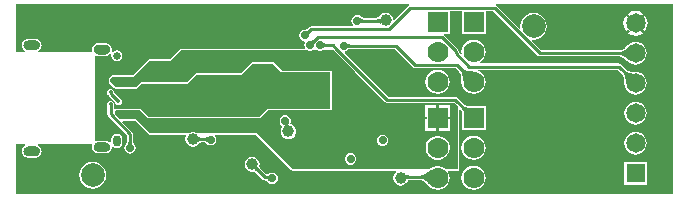
<source format=gbl>
G04*
G04 #@! TF.GenerationSoftware,Altium Limited,Altium Designer,24.5.2 (23)*
G04*
G04 Layer_Physical_Order=2*
G04 Layer_Color=16711680*
%FSLAX44Y44*%
%MOMM*%
G71*
G04*
G04 #@! TF.SameCoordinates,BF8D7023-4997-4B88-B44D-E550DFEB14E1*
G04*
G04*
G04 #@! TF.FilePolarity,Positive*
G04*
G01*
G75*
%ADD11C,0.2540*%
%ADD14C,0.1524*%
%ADD53C,0.2286*%
%ADD56O,1.4000X0.8000*%
%ADD57O,0.6500X0.9500*%
%ADD58C,0.6500*%
%ADD59C,1.6500*%
%ADD60R,1.6500X1.6500*%
%ADD61C,1.7780*%
%ADD62R,1.7780X1.7780*%
%ADD63C,2.0000*%
%ADD64C,0.7000*%
%ADD65C,0.3500*%
%ADD66C,0.5000*%
%ADD67C,1.0000*%
G36*
X569075Y852968D02*
X569330Y852774D01*
X569596Y852603D01*
X569871Y852454D01*
X570156Y852328D01*
X570451Y852226D01*
X570756Y852146D01*
X571070Y852089D01*
X571395Y852054D01*
X571729Y852043D01*
X571828Y849503D01*
X571491Y849491D01*
X571167Y849454D01*
X570854Y849394D01*
X570554Y849309D01*
X570266Y849199D01*
X569990Y849066D01*
X569726Y848908D01*
X569474Y848726D01*
X569234Y848519D01*
X569007Y848288D01*
X568829Y853185D01*
X569075Y852968D01*
D02*
G37*
G36*
X586309Y848251D02*
X586137Y848489D01*
X585935Y848702D01*
X585702Y848890D01*
X585438Y849052D01*
X585143Y849190D01*
X584818Y849303D01*
X584462Y849390D01*
X584075Y849453D01*
X583657Y849491D01*
X583209Y849503D01*
X583142Y852043D01*
X583591Y852056D01*
X584007Y852094D01*
X584391Y852159D01*
X584743Y852249D01*
X585063Y852365D01*
X585351Y852506D01*
X585606Y852673D01*
X585830Y852867D01*
X586021Y853085D01*
X586180Y853330D01*
X586309Y848251D01*
D02*
G37*
G36*
X526919Y841081D02*
X526690Y840835D01*
X526485Y840581D01*
X526305Y840317D01*
X526149Y840045D01*
X526017Y839763D01*
X525910Y839473D01*
X525827Y839174D01*
X525768Y838866D01*
X525734Y838549D01*
X525724Y838222D01*
X522272Y841700D01*
X522598Y841708D01*
X522914Y841740D01*
X523223Y841797D01*
X523522Y841878D01*
X523812Y841984D01*
X524093Y842115D01*
X524366Y842270D01*
X524629Y842450D01*
X524884Y842655D01*
X525130Y842884D01*
X526919Y841081D01*
D02*
G37*
G36*
X834114Y703770D02*
X277990D01*
Y746125D01*
X284899D01*
X285189Y745916D01*
X285570Y745125D01*
X285453Y744916D01*
X285182Y744736D01*
X285003Y744627D01*
X284981Y744595D01*
X284943Y744587D01*
X284770Y744469D01*
X284749Y744436D01*
X284712Y744427D01*
X284546Y744299D01*
X284527Y744266D01*
X284490Y744254D01*
X284331Y744118D01*
X284313Y744083D01*
X284277Y744070D01*
X284125Y743925D01*
X284119Y743912D01*
X284100Y743899D01*
X284088Y743881D01*
X284075Y743875D01*
X283930Y743723D01*
X283917Y743687D01*
X283882Y743669D01*
X283746Y743510D01*
X283734Y743473D01*
X283701Y743454D01*
X283573Y743288D01*
X283563Y743251D01*
X283531Y743230D01*
X283413Y743057D01*
X283405Y743020D01*
X283373Y742997D01*
X283264Y742818D01*
X283258Y742780D01*
X283228Y742756D01*
X283128Y742572D01*
X283124Y742533D01*
X283095Y742508D01*
X283005Y742319D01*
X283003Y742280D01*
X282976Y742253D01*
X282896Y742060D01*
Y742021D01*
X282870Y741992D01*
X282800Y741795D01*
X282802Y741756D01*
X282778Y741726D01*
X282718Y741525D01*
X282722Y741487D01*
X282700Y741456D01*
X282651Y741253D01*
X282657Y741214D01*
X282636Y741182D01*
X282598Y740976D01*
X282606Y740939D01*
X282586Y740905D01*
X282559Y740698D01*
X282569Y740660D01*
X282551Y740626D01*
X282535Y740417D01*
X282547Y740380D01*
X282531Y740345D01*
X282526Y740136D01*
X282531Y740122D01*
X282527Y740100D01*
X282531Y740078D01*
X282526Y740064D01*
X282531Y739855D01*
X282547Y739820D01*
X282535Y739783D01*
X282551Y739575D01*
X282569Y739540D01*
X282559Y739502D01*
X282586Y739294D01*
X282606Y739261D01*
X282598Y739224D01*
X282636Y739018D01*
X282657Y738986D01*
X282651Y738948D01*
X282700Y738744D01*
X282722Y738713D01*
X282718Y738674D01*
X282778Y738474D01*
X282802Y738444D01*
X282800Y738405D01*
X282870Y738207D01*
X282896Y738179D01*
Y738140D01*
X282976Y737947D01*
X283003Y737920D01*
X283005Y737881D01*
X283095Y737692D01*
X283124Y737666D01*
X283128Y737628D01*
X283228Y737444D01*
X283258Y737420D01*
X283264Y737382D01*
X283373Y737203D01*
X283405Y737180D01*
X283412Y737143D01*
X283531Y736970D01*
X283563Y736949D01*
X283573Y736912D01*
X283701Y736746D01*
X283734Y736727D01*
X283746Y736690D01*
X283882Y736531D01*
X283916Y736513D01*
X283930Y736477D01*
X284075Y736325D01*
X284088Y736319D01*
X284100Y736301D01*
X284119Y736288D01*
X284125Y736274D01*
X284277Y736130D01*
X284313Y736116D01*
X284331Y736082D01*
X284490Y735946D01*
X284527Y735934D01*
X284546Y735901D01*
X284712Y735773D01*
X284749Y735763D01*
X284770Y735731D01*
X284943Y735612D01*
X284981Y735604D01*
X285003Y735573D01*
X285182Y735464D01*
X285220Y735458D01*
X285244Y735428D01*
X285428Y735328D01*
X285466Y735324D01*
X285492Y735295D01*
X285681Y735205D01*
X285720Y735203D01*
X285747Y735176D01*
X285941Y735096D01*
X285979D01*
X286007Y735070D01*
X286205Y735000D01*
X286243Y735002D01*
X286274Y734978D01*
X286474Y734918D01*
X286513Y734922D01*
X286544Y734900D01*
X286747Y734851D01*
X286786Y734857D01*
X286818Y734836D01*
X287024Y734798D01*
X287062Y734806D01*
X287095Y734786D01*
X287302Y734759D01*
X287340Y734769D01*
X287374Y734752D01*
X287583Y734735D01*
X287619Y734747D01*
X287655Y734731D01*
X287864Y734726D01*
X287878Y734731D01*
X287894Y734728D01*
X287900Y734725D01*
X293900Y734725D01*
X293906Y734728D01*
X293922Y734731D01*
X293936Y734726D01*
X294145Y734731D01*
X294181Y734747D01*
X294217Y734735D01*
X294426Y734752D01*
X294460Y734769D01*
X294498Y734759D01*
X294705Y734786D01*
X294739Y734806D01*
X294776Y734798D01*
X294982Y734836D01*
X295014Y734857D01*
X295053Y734851D01*
X295256Y734900D01*
X295287Y734922D01*
X295326Y734918D01*
X295527Y734978D01*
X295557Y735002D01*
X295595Y735000D01*
X295792Y735070D01*
X295821Y735096D01*
X295860D01*
X296053Y735176D01*
X296080Y735203D01*
X296119Y735205D01*
X296308Y735295D01*
X296334Y735324D01*
X296372Y735328D01*
X296556Y735428D01*
X296580Y735458D01*
X296618Y735464D01*
X296797Y735573D01*
X296819Y735604D01*
X296857Y735612D01*
X297030Y735731D01*
X297051Y735763D01*
X297088Y735773D01*
X297254Y735901D01*
X297274Y735934D01*
X297310Y735946D01*
X297470Y736082D01*
X297487Y736116D01*
X297523Y736130D01*
X297675Y736274D01*
X297681Y736288D01*
X297700Y736301D01*
X297712Y736319D01*
X297726Y736325D01*
X297870Y736477D01*
X297883Y736513D01*
X297918Y736530D01*
X298054Y736690D01*
X298066Y736727D01*
X298099Y736746D01*
X298227Y736912D01*
X298237Y736949D01*
X298269Y736970D01*
X298388Y737143D01*
X298396Y737180D01*
X298427Y737203D01*
X298536Y737382D01*
X298542Y737420D01*
X298572Y737444D01*
X298672Y737628D01*
X298676Y737666D01*
X298705Y737692D01*
X298795Y737881D01*
X298797Y737920D01*
X298824Y737947D01*
X298904Y738141D01*
Y738179D01*
X298930Y738207D01*
X299000Y738405D01*
X298998Y738443D01*
X299022Y738473D01*
X299082Y738674D01*
X299078Y738713D01*
X299100Y738744D01*
X299149Y738948D01*
X299143Y738985D01*
X299164Y739017D01*
X299202Y739223D01*
X299194Y739261D01*
X299214Y739295D01*
X299241Y739502D01*
X299231Y739540D01*
X299249Y739574D01*
X299265Y739783D01*
X299253Y739819D01*
X299269Y739855D01*
X299274Y740064D01*
X299269Y740078D01*
X299273Y740100D01*
X299269Y740122D01*
X299274Y740136D01*
X299269Y740345D01*
X299253Y740380D01*
X299265Y740417D01*
X299249Y740626D01*
X299231Y740660D01*
X299241Y740698D01*
X299214Y740905D01*
X299194Y740939D01*
X299202Y740976D01*
X299164Y741182D01*
X299143Y741214D01*
X299149Y741252D01*
X299100Y741456D01*
X299078Y741487D01*
X299082Y741526D01*
X299022Y741727D01*
X298998Y741757D01*
X299000Y741795D01*
X298930Y741992D01*
X298904Y742021D01*
Y742059D01*
X298824Y742253D01*
X298797Y742280D01*
X298795Y742318D01*
X298705Y742507D01*
X298676Y742533D01*
X298672Y742572D01*
X298572Y742756D01*
X298542Y742780D01*
X298536Y742818D01*
X298427Y742997D01*
X298396Y743019D01*
X298388Y743057D01*
X298269Y743230D01*
X298237Y743251D01*
X298227Y743288D01*
X298099Y743454D01*
X298066Y743474D01*
X298054Y743510D01*
X297918Y743670D01*
X297884Y743687D01*
X297870Y743722D01*
X297726Y743874D01*
X297712Y743880D01*
X297700Y743899D01*
X297681Y743912D01*
X297675Y743926D01*
X297523Y744070D01*
X297487Y744083D01*
X297470Y744118D01*
X297310Y744254D01*
X297273Y744266D01*
X297254Y744299D01*
X297088Y744427D01*
X297051Y744437D01*
X297030Y744469D01*
X296857Y744587D01*
X296819Y744596D01*
X296797Y744627D01*
X296618Y744736D01*
X296348Y744915D01*
X296230Y745125D01*
X296612Y745916D01*
X296901Y746125D01*
X341506Y746125D01*
X341706Y746021D01*
X341869Y745848D01*
X342218Y745126D01*
X342222Y745087D01*
X342200Y745056D01*
X342151Y744852D01*
X342157Y744814D01*
X342136Y744782D01*
X342098Y744576D01*
X342106Y744539D01*
X342086Y744505D01*
X342059Y744297D01*
X342069Y744260D01*
X342052Y744226D01*
X342035Y744017D01*
X342047Y743980D01*
X342031Y743945D01*
X342026Y743736D01*
X342031Y743722D01*
X342027Y743700D01*
X342031Y743678D01*
X342026Y743664D01*
X342031Y743455D01*
X342047Y743419D01*
X342035Y743383D01*
X342052Y743174D01*
X342069Y743140D01*
X342059Y743102D01*
X342086Y742895D01*
X342106Y742861D01*
X342098Y742823D01*
X342136Y742617D01*
X342157Y742586D01*
X342151Y742548D01*
X342200Y742344D01*
X342222Y742313D01*
X342218Y742274D01*
X342278Y742073D01*
X342302Y742043D01*
X342300Y742005D01*
X342370Y741808D01*
X342396Y741779D01*
Y741740D01*
X342476Y741547D01*
X342503Y741520D01*
X342505Y741481D01*
X342595Y741292D01*
X342624Y741266D01*
X342628Y741228D01*
X342728Y741044D01*
X342758Y741020D01*
X342764Y740982D01*
X342873Y740803D01*
X342904Y740780D01*
X342912Y740743D01*
X343031Y740570D01*
X343063Y740549D01*
X343073Y740512D01*
X343201Y740346D01*
X343234Y740327D01*
X343246Y740290D01*
X343382Y740131D01*
X343416Y740113D01*
X343430Y740077D01*
X343574Y739925D01*
X343588Y739919D01*
X343601Y739901D01*
X343619Y739888D01*
X343625Y739874D01*
X343777Y739730D01*
X343813Y739716D01*
X343831Y739682D01*
X343990Y739546D01*
X344027Y739534D01*
X344046Y739501D01*
X344212Y739373D01*
X344249Y739363D01*
X344270Y739331D01*
X344443Y739212D01*
X344481Y739204D01*
X344503Y739173D01*
X344682Y739064D01*
X344720Y739058D01*
X344744Y739028D01*
X344928Y738928D01*
X344966Y738924D01*
X344992Y738895D01*
X345181Y738805D01*
X345220Y738803D01*
X345247Y738776D01*
X345441Y738696D01*
X345479D01*
X345508Y738670D01*
X345705Y738600D01*
X345743Y738602D01*
X345774Y738578D01*
X345974Y738518D01*
X346013Y738522D01*
X346044Y738500D01*
X346248Y738451D01*
X346286Y738457D01*
X346318Y738436D01*
X346524Y738398D01*
X346561Y738406D01*
X346595Y738386D01*
X346802Y738359D01*
X346840Y738369D01*
X346874Y738352D01*
X347083Y738335D01*
X347119Y738347D01*
X347155Y738331D01*
X347364Y738326D01*
X347378Y738331D01*
X347393Y738328D01*
X347400Y738325D01*
X353400D01*
X353406Y738328D01*
X353422Y738331D01*
X353436Y738326D01*
X353645Y738331D01*
X353680Y738347D01*
X353717Y738335D01*
X353926Y738351D01*
X353960Y738369D01*
X353998Y738359D01*
X354205Y738386D01*
X354239Y738406D01*
X354277Y738398D01*
X354482Y738436D01*
X354515Y738457D01*
X354552Y738451D01*
X354756Y738500D01*
X354787Y738522D01*
X354826Y738518D01*
X355026Y738578D01*
X355056Y738602D01*
X355095Y738600D01*
X355293Y738670D01*
X355321Y738696D01*
X355359D01*
X355553Y738776D01*
X355580Y738803D01*
X355619Y738805D01*
X355808Y738895D01*
X355834Y738924D01*
X355872Y738928D01*
X356056Y739028D01*
X356080Y739058D01*
X356118Y739064D01*
X356297Y739173D01*
X356319Y739204D01*
X356357Y739212D01*
X356530Y739331D01*
X356551Y739363D01*
X356588Y739373D01*
X356754Y739501D01*
X356773Y739534D01*
X356810Y739546D01*
X356969Y739682D01*
X356987Y739716D01*
X357023Y739730D01*
X357175Y739874D01*
X357181Y739888D01*
X357199Y739901D01*
X357212Y739919D01*
X357226Y739925D01*
X357370Y740077D01*
X357384Y740113D01*
X357418Y740131D01*
X357554Y740290D01*
X357566Y740327D01*
X357599Y740346D01*
X357727Y740512D01*
X357737Y740549D01*
X357769Y740570D01*
X357888Y740743D01*
X357896Y740781D01*
X357927Y740803D01*
X358036Y740982D01*
X358042Y741020D01*
X358072Y741044D01*
X358172Y741228D01*
X358176Y741266D01*
X358205Y741292D01*
X358295Y741481D01*
X358297Y741520D01*
X358324Y741547D01*
X358404Y741740D01*
Y741779D01*
X358430Y741808D01*
X358500Y742005D01*
X358498Y742043D01*
X358522Y742073D01*
X358582Y742274D01*
X358578Y742313D01*
X358601Y742344D01*
X358649Y742548D01*
X358643Y742586D01*
X358664Y742617D01*
X358702Y742823D01*
X358694Y742861D01*
X358714Y742895D01*
X358741Y743102D01*
X358731Y743140D01*
X358749Y743174D01*
X358765Y743383D01*
X358753Y743419D01*
X358769Y743455D01*
X358774Y743664D01*
X359603Y744141D01*
X359757Y744164D01*
X361136Y743242D01*
X362900Y742891D01*
X364664Y743242D01*
X366159Y744241D01*
X367158Y745736D01*
X367509Y747500D01*
Y750500D01*
X367158Y752264D01*
X366159Y753759D01*
X364664Y754758D01*
X362900Y755108D01*
X361136Y754758D01*
X359641Y753759D01*
X358642Y752264D01*
X358292Y750500D01*
Y748315D01*
X357344Y747659D01*
X356969Y747718D01*
X356810Y747854D01*
X356773Y747866D01*
X356754Y747899D01*
X356588Y748027D01*
X356551Y748037D01*
X356530Y748069D01*
X356357Y748187D01*
X356319Y748196D01*
X356297Y748227D01*
X356118Y748336D01*
X356080Y748342D01*
X356056Y748372D01*
X355872Y748472D01*
X355834Y748476D01*
X355808Y748505D01*
X355619Y748595D01*
X355580Y748597D01*
X355553Y748624D01*
X355359Y748704D01*
X355321D01*
X355292Y748730D01*
X355095Y748800D01*
X355056Y748798D01*
X355026Y748822D01*
X354826Y748882D01*
X354787Y748878D01*
X354756Y748900D01*
X354553Y748949D01*
X354515Y748943D01*
X354482Y748964D01*
X354276Y749002D01*
X354239Y748994D01*
X354205Y749014D01*
X353998Y749041D01*
X353960Y749031D01*
X353926Y749048D01*
X353717Y749065D01*
X353680Y749053D01*
X353645Y749069D01*
X353436Y749074D01*
X353422Y749069D01*
X353407Y749072D01*
X353400Y749075D01*
X347400D01*
X347393Y749072D01*
X347378Y749069D01*
X347364Y749074D01*
X347155Y749069D01*
X347119Y749053D01*
X347083Y749065D01*
X346874Y749048D01*
X346840Y749031D01*
X346802Y749041D01*
X346595Y749014D01*
X346561Y748994D01*
X346524Y749002D01*
X346318Y748964D01*
X346286Y748943D01*
X346247Y748949D01*
X346044Y748900D01*
X346013Y748878D01*
X345974Y748882D01*
X345774Y748822D01*
X345632Y748840D01*
X345024Y749175D01*
X344812Y749416D01*
X344775Y749499D01*
Y820501D01*
X344812Y820584D01*
X345024Y820825D01*
X345633Y821160D01*
X345773Y821178D01*
X345974Y821118D01*
X346012Y821122D01*
X346044Y821100D01*
X346247Y821051D01*
X346286Y821057D01*
X346318Y821036D01*
X346524Y820997D01*
X346562Y821005D01*
X346595Y820986D01*
X346803Y820959D01*
X346840Y820969D01*
X346874Y820952D01*
X347083Y820935D01*
X347119Y820947D01*
X347155Y820931D01*
X347364Y820926D01*
X347378Y820931D01*
X347394Y820928D01*
X347400Y820925D01*
X353400D01*
X353406Y820928D01*
X353422Y820931D01*
X353436Y820926D01*
X353645Y820931D01*
X353680Y820947D01*
X353717Y820935D01*
X353926Y820952D01*
X353960Y820969D01*
X353997Y820959D01*
X354205Y820986D01*
X354238Y821005D01*
X354276Y820997D01*
X354482Y821036D01*
X354515Y821057D01*
X354553Y821051D01*
X354756Y821100D01*
X354788Y821122D01*
X354826Y821118D01*
X355027Y821178D01*
X355056Y821202D01*
X355095Y821200D01*
X355292Y821270D01*
X355321Y821296D01*
X355359D01*
X355553Y821376D01*
X355580Y821403D01*
X355619Y821405D01*
X355807Y821495D01*
X355833Y821524D01*
X355872Y821528D01*
X356056Y821628D01*
X356080Y821658D01*
X356118Y821664D01*
X356297Y821773D01*
X356320Y821804D01*
X356357Y821812D01*
X356530Y821931D01*
X356551Y821963D01*
X356588Y821973D01*
X356754Y822101D01*
X356773Y822134D01*
X356810Y822146D01*
X356969Y822282D01*
X356987Y822316D01*
X357023Y822330D01*
X357175Y822474D01*
X357181Y822488D01*
X357200Y822501D01*
X357212Y822519D01*
X357226Y822525D01*
X357370Y822677D01*
X357619Y822746D01*
X357683Y822730D01*
X358320Y822201D01*
X358464Y821865D01*
X358292Y821000D01*
X358642Y819236D01*
X359641Y817741D01*
X361136Y816742D01*
X362900Y816391D01*
X364664Y816742D01*
X366159Y817741D01*
X367158Y819236D01*
X367509Y821000D01*
X367158Y822764D01*
X366159Y824259D01*
X364664Y825258D01*
X362900Y825609D01*
X361136Y825258D01*
X359641Y824259D01*
X359613Y824217D01*
X359541Y824182D01*
X358479Y824279D01*
X358522Y824674D01*
X358582Y824874D01*
X358578Y824913D01*
X358600Y824944D01*
X358649Y825147D01*
X358643Y825185D01*
X358664Y825218D01*
X358702Y825424D01*
X358694Y825462D01*
X358714Y825495D01*
X358741Y825703D01*
X358731Y825740D01*
X358749Y825774D01*
X358765Y825983D01*
X358753Y826019D01*
X358769Y826054D01*
X358774Y826264D01*
X358769Y826278D01*
X358773Y826300D01*
X358769Y826322D01*
X358774Y826336D01*
X358769Y826546D01*
X358753Y826581D01*
X358765Y826617D01*
X358749Y826826D01*
X358731Y826860D01*
X358741Y826898D01*
X358714Y827105D01*
X358694Y827139D01*
X358702Y827176D01*
X358664Y827382D01*
X358643Y827414D01*
X358649Y827452D01*
X358601Y827656D01*
X358578Y827687D01*
X358582Y827726D01*
X358522Y827927D01*
X358498Y827956D01*
X358500Y827995D01*
X358430Y828192D01*
X358404Y828221D01*
Y828260D01*
X358324Y828453D01*
X358297Y828480D01*
X358295Y828519D01*
X358205Y828708D01*
X358176Y828734D01*
X358172Y828772D01*
X358072Y828956D01*
X358042Y828980D01*
X358036Y829018D01*
X357927Y829197D01*
X357896Y829219D01*
X357888Y829257D01*
X357769Y829429D01*
X357737Y829451D01*
X357727Y829488D01*
X357599Y829654D01*
X357566Y829673D01*
X357554Y829710D01*
X357418Y829869D01*
X357384Y829887D01*
X357370Y829923D01*
X357226Y830075D01*
X357212Y830081D01*
X357200Y830099D01*
X357181Y830112D01*
X357175Y830125D01*
X357023Y830270D01*
X356987Y830283D01*
X356969Y830318D01*
X356810Y830454D01*
X356773Y830466D01*
X356754Y830499D01*
X356588Y830627D01*
X356550Y830637D01*
X356529Y830669D01*
X356357Y830788D01*
X356319Y830796D01*
X356297Y830827D01*
X356118Y830936D01*
X356080Y830942D01*
X356056Y830972D01*
X355872Y831072D01*
X355834Y831076D01*
X355808Y831105D01*
X355619Y831195D01*
X355580Y831197D01*
X355553Y831224D01*
X355359Y831304D01*
X355321D01*
X355292Y831330D01*
X355095Y831400D01*
X355056Y831398D01*
X355027Y831422D01*
X354826Y831482D01*
X354787Y831478D01*
X354756Y831500D01*
X354552Y831549D01*
X354515Y831543D01*
X354482Y831564D01*
X354277Y831602D01*
X354239Y831594D01*
X354205Y831614D01*
X353998Y831641D01*
X353960Y831631D01*
X353926Y831648D01*
X353717Y831665D01*
X353680Y831653D01*
X353645Y831669D01*
X353436Y831674D01*
X353422Y831669D01*
X353406Y831672D01*
X353400Y831675D01*
X347400D01*
X347393Y831672D01*
X347378Y831669D01*
X347364Y831674D01*
X347155Y831669D01*
X347119Y831653D01*
X347083Y831665D01*
X346874Y831648D01*
X346840Y831631D01*
X346803Y831641D01*
X346595Y831614D01*
X346562Y831594D01*
X346524Y831602D01*
X346318Y831564D01*
X346286Y831543D01*
X346248Y831549D01*
X346044Y831500D01*
X346013Y831478D01*
X345974Y831482D01*
X345773Y831422D01*
X345743Y831398D01*
X345705Y831400D01*
X345508Y831330D01*
X345479Y831304D01*
X345440D01*
X345247Y831224D01*
X345220Y831197D01*
X345181Y831195D01*
X344992Y831105D01*
X344966Y831076D01*
X344928Y831072D01*
X344744Y830972D01*
X344720Y830942D01*
X344682Y830936D01*
X344503Y830827D01*
X344481Y830796D01*
X344443Y830788D01*
X344270Y830669D01*
X344249Y830637D01*
X344212Y830627D01*
X344046Y830499D01*
X344027Y830466D01*
X343990Y830454D01*
X343831Y830318D01*
X343813Y830283D01*
X343777Y830270D01*
X343625Y830125D01*
X343619Y830112D01*
X343601Y830099D01*
X343588Y830081D01*
X343574Y830075D01*
X343430Y829923D01*
X343416Y829887D01*
X343382Y829869D01*
X343246Y829710D01*
X343234Y829673D01*
X343201Y829654D01*
X343073Y829488D01*
X343063Y829451D01*
X343031Y829430D01*
X342912Y829257D01*
X342904Y829219D01*
X342873Y829197D01*
X342764Y829018D01*
X342758Y828980D01*
X342728Y828956D01*
X342628Y828772D01*
X342624Y828734D01*
X342595Y828708D01*
X342505Y828519D01*
X342503Y828480D01*
X342476Y828453D01*
X342396Y828260D01*
Y828221D01*
X342370Y828192D01*
X342300Y827995D01*
X342302Y827956D01*
X342278Y827926D01*
X342218Y827726D01*
X342222Y827687D01*
X342200Y827656D01*
X342151Y827452D01*
X342157Y827414D01*
X342136Y827382D01*
X342098Y827177D01*
X342106Y827139D01*
X342086Y827105D01*
X342059Y826897D01*
X342069Y826860D01*
X342052Y826826D01*
X342035Y826617D01*
X342047Y826581D01*
X342031Y826545D01*
X342026Y826336D01*
X342031Y826322D01*
X342027Y826300D01*
X342031Y826278D01*
X342026Y826264D01*
X342031Y826055D01*
X342047Y826019D01*
X342035Y825983D01*
X342052Y825774D01*
X342069Y825740D01*
X342059Y825703D01*
X342086Y825495D01*
X342106Y825462D01*
X342098Y825424D01*
X342136Y825218D01*
X342157Y825185D01*
X342151Y825147D01*
X342200Y824944D01*
X342222Y824913D01*
X342218Y824874D01*
X341869Y824151D01*
X341706Y823979D01*
X341506Y823875D01*
X296901D01*
X296612Y824084D01*
X296230Y824875D01*
X296348Y825085D01*
X296618Y825264D01*
X296797Y825373D01*
X296819Y825404D01*
X296857Y825412D01*
X297030Y825531D01*
X297051Y825563D01*
X297088Y825573D01*
X297254Y825701D01*
X297273Y825734D01*
X297310Y825746D01*
X297469Y825882D01*
X297487Y825916D01*
X297523Y825930D01*
X297675Y826074D01*
X297681Y826088D01*
X297699Y826100D01*
X297712Y826119D01*
X297726Y826125D01*
X297870Y826277D01*
X297884Y826313D01*
X297918Y826331D01*
X298054Y826490D01*
X298066Y826526D01*
X298099Y826546D01*
X298227Y826712D01*
X298237Y826749D01*
X298269Y826770D01*
X298388Y826943D01*
X298396Y826980D01*
X298427Y827003D01*
X298536Y827181D01*
X298542Y827220D01*
X298572Y827244D01*
X298672Y827428D01*
X298676Y827466D01*
X298705Y827492D01*
X298795Y827681D01*
X298797Y827720D01*
X298824Y827747D01*
X298904Y827941D01*
Y827979D01*
X298930Y828008D01*
X299000Y828205D01*
X298998Y828244D01*
X299022Y828274D01*
X299082Y828474D01*
X299078Y828513D01*
X299100Y828544D01*
X299149Y828747D01*
X299143Y828785D01*
X299164Y828818D01*
X299202Y829024D01*
X299194Y829061D01*
X299214Y829094D01*
X299241Y829302D01*
X299231Y829340D01*
X299249Y829374D01*
X299265Y829583D01*
X299253Y829620D01*
X299269Y829655D01*
X299274Y829864D01*
X299269Y829878D01*
X299273Y829900D01*
X299269Y829922D01*
X299274Y829936D01*
X299269Y830145D01*
X299253Y830181D01*
X299265Y830217D01*
X299249Y830426D01*
X299231Y830460D01*
X299241Y830498D01*
X299214Y830705D01*
X299194Y830739D01*
X299202Y830776D01*
X299164Y830982D01*
X299143Y831014D01*
X299149Y831052D01*
X299100Y831256D01*
X299078Y831287D01*
X299082Y831326D01*
X299022Y831526D01*
X298998Y831556D01*
X299000Y831595D01*
X298930Y831792D01*
X298904Y831821D01*
Y831859D01*
X298824Y832053D01*
X298797Y832080D01*
X298795Y832119D01*
X298705Y832308D01*
X298676Y832334D01*
X298672Y832372D01*
X298572Y832556D01*
X298542Y832580D01*
X298536Y832618D01*
X298427Y832797D01*
X298396Y832820D01*
X298388Y832857D01*
X298269Y833030D01*
X298237Y833051D01*
X298227Y833088D01*
X298099Y833254D01*
X298066Y833273D01*
X298054Y833310D01*
X297918Y833469D01*
X297883Y833487D01*
X297870Y833523D01*
X297726Y833675D01*
X297712Y833681D01*
X297699Y833699D01*
X297681Y833712D01*
X297675Y833726D01*
X297523Y833870D01*
X297487Y833883D01*
X297469Y833918D01*
X297310Y834054D01*
X297273Y834066D01*
X297254Y834099D01*
X297088Y834227D01*
X297051Y834237D01*
X297030Y834269D01*
X296857Y834388D01*
X296820Y834396D01*
X296797Y834427D01*
X296618Y834536D01*
X296580Y834542D01*
X296556Y834572D01*
X296372Y834672D01*
X296334Y834676D01*
X296308Y834705D01*
X296119Y834795D01*
X296080Y834797D01*
X296053Y834824D01*
X295860Y834904D01*
X295821D01*
X295793Y834930D01*
X295595Y835000D01*
X295556Y834998D01*
X295526Y835022D01*
X295326Y835082D01*
X295287Y835078D01*
X295256Y835100D01*
X295053Y835149D01*
X295015Y835143D01*
X294982Y835164D01*
X294776Y835202D01*
X294739Y835194D01*
X294705Y835214D01*
X294498Y835241D01*
X294460Y835231D01*
X294426Y835248D01*
X294217Y835265D01*
X294181Y835253D01*
X294145Y835269D01*
X293936Y835274D01*
X293922Y835269D01*
X293906Y835272D01*
X293900Y835275D01*
X287900Y835275D01*
X287894Y835272D01*
X287878Y835269D01*
X287864Y835274D01*
X287655Y835269D01*
X287620Y835253D01*
X287583Y835265D01*
X287374Y835248D01*
X287340Y835231D01*
X287302Y835241D01*
X287094Y835213D01*
X287062Y835194D01*
X287024Y835202D01*
X286818Y835164D01*
X286786Y835143D01*
X286747Y835149D01*
X286544Y835100D01*
X286513Y835078D01*
X286474Y835082D01*
X286273Y835022D01*
X286243Y834998D01*
X286205Y835000D01*
X286007Y834930D01*
X285979Y834904D01*
X285941D01*
X285747Y834824D01*
X285720Y834797D01*
X285681Y834795D01*
X285492Y834705D01*
X285466Y834676D01*
X285428Y834672D01*
X285244Y834572D01*
X285220Y834542D01*
X285182Y834536D01*
X285003Y834427D01*
X284981Y834396D01*
X284943Y834388D01*
X284770Y834269D01*
X284749Y834237D01*
X284712Y834227D01*
X284546Y834099D01*
X284527Y834066D01*
X284490Y834054D01*
X284331Y833918D01*
X284313Y833884D01*
X284277Y833870D01*
X284125Y833726D01*
X284119Y833712D01*
X284100Y833699D01*
X284088Y833681D01*
X284074Y833675D01*
X283930Y833523D01*
X283916Y833487D01*
X283882Y833469D01*
X283746Y833310D01*
X283734Y833273D01*
X283701Y833254D01*
X283573Y833088D01*
X283563Y833051D01*
X283531Y833030D01*
X283412Y832857D01*
X283404Y832819D01*
X283373Y832797D01*
X283264Y832618D01*
X283258Y832580D01*
X283228Y832556D01*
X283128Y832372D01*
X283124Y832334D01*
X283095Y832308D01*
X283005Y832119D01*
X283003Y832080D01*
X282976Y832053D01*
X282896Y831859D01*
Y831821D01*
X282870Y831793D01*
X282800Y831595D01*
X282802Y831556D01*
X282778Y831526D01*
X282718Y831325D01*
X282722Y831287D01*
X282700Y831256D01*
X282651Y831053D01*
X282657Y831014D01*
X282636Y830982D01*
X282598Y830776D01*
X282606Y830739D01*
X282586Y830705D01*
X282559Y830498D01*
X282569Y830460D01*
X282551Y830426D01*
X282535Y830217D01*
X282547Y830180D01*
X282531Y830145D01*
X282526Y829936D01*
X282531Y829922D01*
X282527Y829900D01*
X282531Y829878D01*
X282526Y829864D01*
X282531Y829655D01*
X282547Y829620D01*
X282535Y829583D01*
X282551Y829374D01*
X282569Y829340D01*
X282559Y829302D01*
X282586Y829095D01*
X282606Y829061D01*
X282598Y829024D01*
X282636Y828818D01*
X282657Y828786D01*
X282651Y828748D01*
X282700Y828544D01*
X282722Y828513D01*
X282718Y828474D01*
X282778Y828274D01*
X282802Y828243D01*
X282800Y828205D01*
X282870Y828007D01*
X282896Y827979D01*
Y827941D01*
X282976Y827747D01*
X283003Y827720D01*
X283005Y827681D01*
X283095Y827492D01*
X283124Y827467D01*
X283128Y827428D01*
X283228Y827244D01*
X283258Y827220D01*
X283264Y827181D01*
X283373Y827003D01*
X283404Y826981D01*
X283412Y826943D01*
X283531Y826770D01*
X283563Y826749D01*
X283573Y826712D01*
X283701Y826546D01*
X283734Y826527D01*
X283746Y826490D01*
X283882Y826331D01*
X283916Y826313D01*
X283930Y826277D01*
X284075Y826125D01*
X284088Y826119D01*
X284100Y826100D01*
X284119Y826088D01*
X284125Y826075D01*
X284277Y825930D01*
X284313Y825917D01*
X284331Y825882D01*
X284490Y825746D01*
X284527Y825734D01*
X284546Y825701D01*
X284712Y825573D01*
X284749Y825563D01*
X284770Y825531D01*
X284943Y825412D01*
X284981Y825404D01*
X285003Y825373D01*
X285182Y825264D01*
X285453Y825084D01*
X285570Y824875D01*
X285188Y824084D01*
X284899Y823875D01*
X277990D01*
Y864452D01*
X610109D01*
X610312Y863452D01*
X609682Y863031D01*
X597894Y851243D01*
X596809Y851573D01*
X596456Y853346D01*
X595070Y855420D01*
X592996Y856806D01*
X590550Y857293D01*
X588104Y856806D01*
X586030Y855420D01*
X585300Y854329D01*
X585184Y854277D01*
X585136Y854154D01*
X585028Y854080D01*
X584922Y853917D01*
X584858Y853844D01*
X584777Y853773D01*
X584668Y853703D01*
X584524Y853631D01*
X584338Y853564D01*
X584106Y853505D01*
X583830Y853459D01*
X583508Y853429D01*
X583103Y853417D01*
X582982Y853363D01*
X571895D01*
X571776Y853417D01*
X571491Y853427D01*
X571265Y853450D01*
X571053Y853489D01*
X570852Y853542D01*
X570660Y853608D01*
X570475Y853690D01*
X570296Y853787D01*
X570120Y853900D01*
X569947Y854032D01*
X569739Y854215D01*
X569584Y854268D01*
X568281Y855139D01*
X566420Y855509D01*
X564559Y855139D01*
X562981Y854085D01*
X561927Y852507D01*
X561557Y850646D01*
X561927Y848785D01*
X562981Y847207D01*
X563366Y846950D01*
X563063Y845950D01*
X527402D01*
X526411Y845753D01*
X525571Y845191D01*
X524314Y843935D01*
X524192Y843889D01*
X523984Y843695D01*
X523810Y843556D01*
X523637Y843437D01*
X523462Y843338D01*
X523285Y843255D01*
X523104Y843189D01*
X522916Y843138D01*
X522719Y843102D01*
X522511Y843081D01*
X522239Y843074D01*
X522208Y843060D01*
X520363Y842693D01*
X518785Y841639D01*
X517731Y840061D01*
X517361Y838200D01*
X517731Y836339D01*
X518785Y834761D01*
X520363Y833707D01*
X521803Y833420D01*
X522335Y832417D01*
X522046Y831984D01*
X521676Y830123D01*
X522046Y828262D01*
X522384Y827757D01*
X521912Y826874D01*
X417322Y826875D01*
X417322Y826875D01*
X416350Y826472D01*
X416350Y826472D01*
X408117Y818239D01*
X390652D01*
X389680Y817836D01*
X389680Y817836D01*
X376621Y804777D01*
X359664D01*
X359664Y804777D01*
X358692Y804374D01*
X358692Y804374D01*
X356406Y802088D01*
X356406Y802088D01*
X356003Y801116D01*
X356003Y801116D01*
Y799084D01*
X356406Y798112D01*
X356406Y798112D01*
X361017Y793501D01*
X361989Y793098D01*
X361989Y793098D01*
X379470D01*
X380442Y793501D01*
X384256Y797315D01*
X408943Y797455D01*
X422172D01*
X422172Y797455D01*
X423144Y797858D01*
X423144Y797858D01*
X430362Y805075D01*
X468138D01*
X469110Y805478D01*
X477598Y813965D01*
X495229D01*
X501939Y807256D01*
X502910Y806853D01*
X502911Y806853D01*
X543455D01*
Y776329D01*
X490982D01*
X490010Y775926D01*
X490010Y775926D01*
X483469Y769385D01*
X389783D01*
X383242Y775926D01*
X382270Y776329D01*
X382270Y776329D01*
X362712D01*
X362712Y776329D01*
X361740Y775926D01*
X361184Y775722D01*
X360229Y776301D01*
Y778365D01*
X360484Y778747D01*
X360718Y779925D01*
X360484Y781104D01*
X359817Y782103D01*
X358817Y782770D01*
X357639Y783005D01*
X356461Y782770D01*
X355462Y782103D01*
X354794Y781104D01*
X354560Y779925D01*
X354794Y778747D01*
X355049Y778365D01*
Y771319D01*
X355247Y770328D01*
X355808Y769488D01*
X371580Y753715D01*
Y748618D01*
X371526Y748500D01*
X371516Y748214D01*
X371492Y747993D01*
X371453Y747786D01*
X371400Y747592D01*
X371333Y747408D01*
X371252Y747232D01*
X371155Y747062D01*
X371041Y746896D01*
X370909Y746733D01*
X370722Y746535D01*
X370704Y746489D01*
X369677Y744951D01*
X369307Y743090D01*
X369677Y741229D01*
X370731Y739651D01*
X372309Y738597D01*
X374170Y738227D01*
X376031Y738597D01*
X377609Y739651D01*
X378663Y741229D01*
X379034Y743090D01*
X378663Y744951D01*
X377636Y746489D01*
X377618Y746535D01*
X377431Y746733D01*
X377299Y746896D01*
X377185Y747062D01*
X377088Y747232D01*
X377007Y747408D01*
X376940Y747592D01*
X376887Y747786D01*
X376848Y747993D01*
X376824Y748214D01*
X376814Y748500D01*
X376760Y748618D01*
Y754788D01*
X376563Y755779D01*
X376001Y756619D01*
X367585Y765035D01*
X367968Y765959D01*
X378907D01*
X390188Y754678D01*
X391160Y754275D01*
X391160Y754275D01*
X421460D01*
X421932Y753393D01*
X421604Y752903D01*
X421117Y750456D01*
X421604Y748010D01*
X422990Y745936D01*
X425064Y744550D01*
X427510Y744063D01*
X429956Y744550D01*
X432030Y745936D01*
X432558Y746726D01*
X432666Y746766D01*
X432721Y746888D01*
X432836Y746957D01*
X432955Y747119D01*
X433032Y747199D01*
X433129Y747277D01*
X433255Y747353D01*
X433415Y747427D01*
X433615Y747496D01*
X433857Y747555D01*
X434142Y747601D01*
X434470Y747630D01*
X434876Y747641D01*
X434998Y747696D01*
X436810D01*
X436921Y747643D01*
X436933Y747647D01*
X436943Y747642D01*
X437228Y747631D01*
X437445Y747607D01*
X437645Y747568D01*
X437830Y747515D01*
X438003Y747448D01*
X438166Y747368D01*
X438323Y747272D01*
X438476Y747160D01*
X438625Y747029D01*
X438810Y746836D01*
X438895Y746799D01*
X438977Y746676D01*
X440555Y745622D01*
X442416Y745251D01*
X444277Y745622D01*
X445855Y746676D01*
X446909Y748254D01*
X447280Y750115D01*
X446909Y751976D01*
X446041Y753275D01*
X446438Y754275D01*
X480761Y754275D01*
X510838Y724198D01*
X511810Y723795D01*
X511810Y723795D01*
X599511D01*
X599814Y722795D01*
X598730Y722070D01*
X597344Y719996D01*
X596857Y717550D01*
X597344Y715104D01*
X598730Y713030D01*
X600804Y711644D01*
X603250Y711157D01*
X605696Y711644D01*
X607770Y713030D01*
X609156Y715104D01*
X609188Y715265D01*
X609203Y715278D01*
X609273Y715434D01*
X609301Y715476D01*
X609339Y715517D01*
X609401Y715564D01*
X609501Y715620D01*
X609649Y715680D01*
X609850Y715737D01*
X610107Y715783D01*
X610417Y715814D01*
X610819Y715826D01*
X610925Y715874D01*
X611040Y715851D01*
X611085Y715880D01*
X620093D01*
X620188Y715831D01*
X620193Y715833D01*
X620198Y715830D01*
X620728Y715787D01*
X621195Y715677D01*
X621716Y715479D01*
X622289Y715183D01*
X622911Y714785D01*
X623576Y714279D01*
X624266Y713677D01*
X625798Y712101D01*
X626604Y711156D01*
X626807Y711052D01*
X627274Y710444D01*
X629396Y708815D01*
X631868Y707792D01*
X634520Y707442D01*
X637172Y707792D01*
X639644Y708815D01*
X641766Y710444D01*
X643395Y712566D01*
X644418Y715038D01*
X644768Y717690D01*
X644418Y720342D01*
X643395Y722814D01*
X643330Y722898D01*
X643772Y723795D01*
X651510D01*
X652482Y724198D01*
X652885Y725170D01*
Y748351D01*
X652885Y768559D01*
Y775432D01*
X653885Y775826D01*
X654244Y775439D01*
X654547Y775062D01*
X654778Y774734D01*
X654840Y774626D01*
Y773863D01*
X654796Y773757D01*
X654840Y773652D01*
Y773649D01*
X654814Y773538D01*
X654840Y773496D01*
Y758330D01*
X675160D01*
Y778650D01*
X659994D01*
X659952Y778676D01*
X659842Y778650D01*
X659838D01*
X659733Y778694D01*
X659627Y778650D01*
X658864D01*
X658756Y778712D01*
X658443Y778932D01*
X657588Y779659D01*
X657096Y780134D01*
X656968Y780184D01*
X651477Y785675D01*
X650637Y786237D01*
X649646Y786434D01*
X592987D01*
X568459Y810961D01*
X555827Y823594D01*
X556156Y824678D01*
X556851Y824817D01*
X558389Y825844D01*
X558435Y825862D01*
X558633Y826049D01*
X558796Y826181D01*
X558962Y826295D01*
X559132Y826392D01*
X559308Y826473D01*
X559492Y826540D01*
X559686Y826593D01*
X559893Y826632D01*
X560114Y826656D01*
X560400Y826666D01*
X560518Y826720D01*
X598019D01*
X613631Y811109D01*
X614471Y810547D01*
X615462Y810350D01*
X649957D01*
X653027Y807281D01*
X653061Y807176D01*
X653389Y806789D01*
X653641Y806385D01*
X653884Y805865D01*
X654107Y805229D01*
X654303Y804477D01*
X654465Y803613D01*
X654590Y802652D01*
X654728Y800352D01*
X654736Y799051D01*
X654757Y799002D01*
X654752Y798970D01*
X655101Y796318D01*
X656125Y793846D01*
X657754Y791724D01*
X659876Y790095D01*
X662348Y789072D01*
X665000Y788722D01*
X667652Y789072D01*
X670124Y790095D01*
X672246Y791724D01*
X673875Y793846D01*
X674899Y796318D01*
X675248Y798970D01*
X674899Y801622D01*
X673875Y804094D01*
X672246Y806216D01*
X670124Y807845D01*
X668980Y808319D01*
X669179Y809319D01*
X786879D01*
X790918Y805279D01*
X790953Y805173D01*
X791265Y804808D01*
X791502Y804434D01*
X791730Y803959D01*
X791940Y803379D01*
X792124Y802696D01*
X792278Y801911D01*
X792396Y801041D01*
X792528Y798953D01*
X792536Y797774D01*
X792560Y797716D01*
X792558Y797700D01*
X792885Y795215D01*
X793844Y792899D01*
X795370Y790910D01*
X797359Y789384D01*
X799675Y788425D01*
X802160Y788098D01*
X804645Y788425D01*
X806961Y789384D01*
X808950Y790910D01*
X810476Y792899D01*
X811435Y795215D01*
X811762Y797700D01*
X811435Y800185D01*
X810476Y802501D01*
X808950Y804490D01*
X806961Y806016D01*
X804645Y806975D01*
X802160Y807302D01*
X802144Y807300D01*
X802086Y807324D01*
X800907Y807332D01*
X798819Y807464D01*
X797949Y807582D01*
X797164Y807736D01*
X796481Y807920D01*
X795901Y808130D01*
X795426Y808358D01*
X795052Y808596D01*
X794687Y808907D01*
X794581Y808942D01*
X789783Y813740D01*
X788943Y814301D01*
X787952Y814498D01*
X670279D01*
X670084Y815479D01*
X670124Y815495D01*
X672246Y817124D01*
X673875Y819246D01*
X674899Y821718D01*
X675248Y824370D01*
X674899Y827022D01*
X673875Y829494D01*
X672246Y831616D01*
X670124Y833245D01*
X667652Y834268D01*
X665000Y834618D01*
X662348Y834268D01*
X659876Y833245D01*
X657754Y831616D01*
X656125Y829494D01*
X655101Y827022D01*
X654752Y824370D01*
X654891Y823316D01*
X653994Y822874D01*
X652422Y824446D01*
Y825222D01*
X652225Y826213D01*
X651664Y827053D01*
X640199Y838518D01*
X640061Y838610D01*
X640365Y839610D01*
X644680D01*
Y858610D01*
X654840D01*
Y839610D01*
X675160D01*
Y858610D01*
X681753D01*
X719094Y821269D01*
X719935Y820707D01*
X720926Y820510D01*
X788851D01*
X788951Y820460D01*
X789429Y820422D01*
X789862Y820326D01*
X790359Y820151D01*
X790918Y819889D01*
X791531Y819536D01*
X792195Y819090D01*
X792893Y818558D01*
X794463Y817175D01*
X795303Y816347D01*
X795360Y816323D01*
X795370Y816310D01*
X797359Y814784D01*
X799675Y813825D01*
X802160Y813498D01*
X804645Y813825D01*
X806961Y814784D01*
X808950Y816310D01*
X810476Y818299D01*
X811435Y820615D01*
X811762Y823100D01*
X811435Y825585D01*
X810476Y827901D01*
X808950Y829890D01*
X806961Y831416D01*
X804645Y832375D01*
X802160Y832702D01*
X799675Y832375D01*
X797359Y831416D01*
X795370Y829890D01*
X795360Y829877D01*
X795303Y829853D01*
X794463Y829025D01*
X792893Y827642D01*
X792195Y827110D01*
X791531Y826664D01*
X790917Y826311D01*
X790359Y826049D01*
X789862Y825874D01*
X789429Y825778D01*
X788951Y825741D01*
X788851Y825690D01*
X721999D01*
X713847Y833841D01*
X714314Y834788D01*
X715800Y834593D01*
X718742Y834980D01*
X721484Y836116D01*
X723838Y837922D01*
X725644Y840276D01*
X726780Y843018D01*
X727167Y845960D01*
X726780Y848902D01*
X725644Y851644D01*
X723838Y853998D01*
X721484Y855804D01*
X718742Y856940D01*
X715800Y857327D01*
X712858Y856940D01*
X710116Y855804D01*
X707762Y853998D01*
X705956Y851644D01*
X704820Y848902D01*
X704433Y845960D01*
X704628Y844474D01*
X703681Y844007D01*
X684657Y863031D01*
X684027Y863452D01*
X684230Y864452D01*
X834114D01*
Y703770D01*
D02*
G37*
G36*
X531193Y833094D02*
X530964Y832848D01*
X530760Y832593D01*
X530581Y832329D01*
X530427Y832057D01*
X530299Y831776D01*
X530196Y831486D01*
X530119Y831187D01*
X530066Y830880D01*
X530039Y830563D01*
X530038Y830238D01*
X526494Y833623D01*
X526821Y833639D01*
X527138Y833678D01*
X527447Y833742D01*
X527747Y833829D01*
X528037Y833939D01*
X528318Y834073D01*
X528590Y834231D01*
X528854Y834413D01*
X529108Y834617D01*
X529352Y834846D01*
X531193Y833094D01*
D02*
G37*
G36*
X537580Y832225D02*
X537827Y832024D01*
X538086Y831847D01*
X538356Y831694D01*
X538637Y831564D01*
X538928Y831458D01*
X539231Y831375D01*
X539545Y831316D01*
X539869Y831281D01*
X540205Y831269D01*
Y828729D01*
X539869Y828717D01*
X539545Y828682D01*
X539231Y828623D01*
X538928Y828540D01*
X538637Y828434D01*
X538356Y828304D01*
X538086Y828151D01*
X537827Y827974D01*
X537580Y827773D01*
X537343Y827549D01*
Y832449D01*
X537580Y832225D01*
D02*
G37*
G36*
X557726Y831536D02*
X557974Y831335D01*
X558233Y831158D01*
X558503Y831005D01*
X558783Y830875D01*
X559075Y830769D01*
X559378Y830686D01*
X559691Y830627D01*
X560016Y830592D01*
X560351Y830580D01*
Y828040D01*
X560016Y828028D01*
X559691Y827993D01*
X559378Y827934D01*
X559075Y827851D01*
X558783Y827745D01*
X558503Y827615D01*
X558233Y827462D01*
X557974Y827285D01*
X557726Y827084D01*
X557490Y826860D01*
Y831760D01*
X557726Y831536D01*
D02*
G37*
G36*
X294109Y833895D02*
X294318Y833878D01*
X294526Y833851D01*
X294732Y833813D01*
X294935Y833764D01*
X295136Y833704D01*
X295333Y833634D01*
X295527Y833554D01*
X295716Y833464D01*
X295900Y833364D01*
X296079Y833255D01*
X296251Y833136D01*
X296417Y833008D01*
X296576Y832872D01*
X296728Y832728D01*
X296873Y832577D01*
X297009Y832417D01*
X297136Y832251D01*
X297255Y832078D01*
X297364Y831900D01*
X297464Y831716D01*
X297554Y831527D01*
X297634Y831333D01*
X297704Y831136D01*
X297764Y830935D01*
X297813Y830732D01*
X297851Y830526D01*
X297878Y830318D01*
X297894Y830109D01*
X297900Y829900D01*
X297895Y829691D01*
X297878Y829482D01*
X297851Y829274D01*
X297813Y829068D01*
X297764Y828865D01*
X297704Y828664D01*
X297634Y828466D01*
X297554Y828273D01*
X297464Y828084D01*
X297364Y827900D01*
X297255Y827721D01*
X297136Y827549D01*
X297009Y827383D01*
X296873Y827223D01*
X296728Y827072D01*
X296576Y826927D01*
X296417Y826791D01*
X296251Y826664D01*
X296078Y826545D01*
X295900Y826436D01*
X295716Y826336D01*
X295527Y826246D01*
X295333Y826166D01*
X295136Y826096D01*
X294935Y826036D01*
X294732Y825987D01*
X294526Y825949D01*
X294318Y825922D01*
X294109Y825905D01*
X293900Y825900D01*
X287900D01*
X287691Y825905D01*
X287482Y825922D01*
X287274Y825949D01*
X287068Y825987D01*
X286865Y826036D01*
X286664Y826096D01*
X286467Y826166D01*
X286273Y826246D01*
X286084Y826336D01*
X285900Y826436D01*
X285721Y826545D01*
X285549Y826664D01*
X285383Y826791D01*
X285224Y826927D01*
X285072Y827072D01*
X284927Y827223D01*
X284791Y827383D01*
X284664Y827549D01*
X284545Y827721D01*
X284436Y827900D01*
X284336Y828084D01*
X284246Y828273D01*
X284166Y828466D01*
X284096Y828664D01*
X284036Y828865D01*
X283987Y829068D01*
X283949Y829274D01*
X283922Y829482D01*
X283906Y829691D01*
X283900Y829900D01*
X283906Y830109D01*
X283922Y830318D01*
X283949Y830526D01*
X283987Y830732D01*
X284036Y830935D01*
X284096Y831136D01*
X284166Y831333D01*
X284246Y831527D01*
X284336Y831716D01*
X284436Y831900D01*
X284545Y832078D01*
X284664Y832251D01*
X284792Y832417D01*
X284927Y832577D01*
X285072Y832728D01*
X285224Y832872D01*
X285383Y833008D01*
X285549Y833136D01*
X285721Y833255D01*
X285900Y833364D01*
X286084Y833464D01*
X286273Y833554D01*
X286467Y833634D01*
X286664Y833704D01*
X286865Y833764D01*
X287068Y833813D01*
X287274Y833851D01*
X287482Y833878D01*
X287691Y833895D01*
X287900Y833900D01*
X293900Y833900D01*
X294109Y833895D01*
D02*
G37*
G36*
X353609Y830294D02*
X353818Y830278D01*
X354026Y830251D01*
X354232Y830212D01*
X354435Y830164D01*
X354636Y830104D01*
X354833Y830034D01*
X355027Y829954D01*
X355216Y829864D01*
X355400Y829764D01*
X355579Y829655D01*
X355751Y829536D01*
X355917Y829409D01*
X356077Y829273D01*
X356228Y829128D01*
X356373Y828977D01*
X356509Y828817D01*
X356636Y828651D01*
X356755Y828478D01*
X356864Y828300D01*
X356964Y828116D01*
X357054Y827927D01*
X357134Y827733D01*
X357204Y827536D01*
X357264Y827335D01*
X357313Y827132D01*
X357351Y826926D01*
X357378Y826718D01*
X357394Y826509D01*
X357400Y826300D01*
X357394Y826091D01*
X357378Y825882D01*
X357351Y825674D01*
X357313Y825468D01*
X357264Y825265D01*
X357204Y825064D01*
X357134Y824866D01*
X357054Y824673D01*
X356964Y824484D01*
X356864Y824300D01*
X356755Y824121D01*
X356636Y823949D01*
X356509Y823783D01*
X356373Y823623D01*
X356228Y823472D01*
X356077Y823327D01*
X355917Y823191D01*
X355751Y823064D01*
X355578Y822945D01*
X355400Y822836D01*
X355216Y822736D01*
X355027Y822646D01*
X354833Y822566D01*
X354636Y822496D01*
X354435Y822436D01*
X354232Y822387D01*
X354026Y822349D01*
X353818Y822322D01*
X353609Y822305D01*
X353400Y822300D01*
X347400D01*
X347191Y822305D01*
X346982Y822322D01*
X346774Y822349D01*
X346568Y822387D01*
X346365Y822436D01*
X346164Y822496D01*
X345966Y822566D01*
X345773Y822646D01*
X345584Y822736D01*
X345400Y822836D01*
X345221Y822945D01*
X345049Y823064D01*
X344883Y823191D01*
X344724Y823327D01*
X344572Y823472D01*
X344427Y823623D01*
X344291Y823783D01*
X344164Y823949D01*
X344045Y824121D01*
X343936Y824300D01*
X343836Y824484D01*
X343746Y824673D01*
X343666Y824866D01*
X343596Y825064D01*
X343536Y825265D01*
X343487Y825468D01*
X343449Y825674D01*
X343422Y825882D01*
X343405Y826091D01*
X343400Y826300D01*
X343405Y826509D01*
X343422Y826718D01*
X343449Y826926D01*
X343488Y827132D01*
X343536Y827335D01*
X343596Y827536D01*
X343666Y827733D01*
X343746Y827927D01*
X343836Y828116D01*
X343936Y828300D01*
X344045Y828478D01*
X344164Y828651D01*
X344291Y828817D01*
X344427Y828977D01*
X344572Y829128D01*
X344724Y829273D01*
X344883Y829409D01*
X345049Y829536D01*
X345221Y829655D01*
X345400Y829764D01*
X345584Y829864D01*
X345773Y829954D01*
X345966Y830034D01*
X346164Y830104D01*
X346365Y830164D01*
X346568Y830212D01*
X346774Y830251D01*
X346982Y830278D01*
X347191Y830294D01*
X347400Y830300D01*
X353400D01*
X353609Y830294D01*
D02*
G37*
G36*
X796268Y817325D02*
X795401Y818181D01*
X793765Y819623D01*
X792995Y820208D01*
X792258Y820704D01*
X791553Y821109D01*
X790881Y821425D01*
X790241Y821650D01*
X789633Y821785D01*
X789058Y821830D01*
Y824370D01*
X789633Y824415D01*
X790241Y824550D01*
X790881Y824775D01*
X791553Y825091D01*
X792258Y825496D01*
X792995Y825992D01*
X793765Y826578D01*
X795401Y828019D01*
X796268Y828875D01*
Y817325D01*
D02*
G37*
G36*
X656367Y809469D02*
X656928Y809119D01*
X657585Y808811D01*
X658340Y808547D01*
X659192Y808325D01*
X660141Y808147D01*
X661188Y808011D01*
X663573Y807867D01*
X664911Y807860D01*
X656111Y799059D01*
X656103Y800397D01*
X655959Y802782D01*
X655824Y803829D01*
X655645Y804778D01*
X655423Y805630D01*
X655159Y806385D01*
X654851Y807042D01*
X654501Y807602D01*
X654109Y808065D01*
X655905Y809862D01*
X656367Y809469D01*
D02*
G37*
G36*
X794232Y807488D02*
X794757Y807154D01*
X795369Y806860D01*
X796068Y806608D01*
X796853Y806396D01*
X797724Y806225D01*
X798683Y806095D01*
X800859Y805957D01*
X802077Y805950D01*
X793910Y797783D01*
X793903Y799001D01*
X793765Y801177D01*
X793635Y802136D01*
X793464Y803007D01*
X793252Y803792D01*
X793000Y804491D01*
X792707Y805103D01*
X792373Y805628D01*
X791998Y806066D01*
X793794Y807862D01*
X794232Y807488D01*
D02*
G37*
G36*
X656664Y778640D02*
X657602Y777843D01*
X658016Y777553D01*
X658393Y777334D01*
X658734Y777188D01*
X659038Y777113D01*
X659306Y777110D01*
X659538Y777178D01*
X659733Y777319D01*
X656171Y773757D01*
X656312Y773952D01*
X656380Y774184D01*
X656377Y774452D01*
X656302Y774756D01*
X656156Y775097D01*
X655937Y775474D01*
X655647Y775888D01*
X655285Y776339D01*
X654344Y777350D01*
X656141Y779146D01*
X656664Y778640D01*
D02*
G37*
G36*
X525236Y825500D02*
X525591Y825353D01*
X527488D01*
X527843Y825500D01*
X533240D01*
X533895Y825229D01*
X535792D01*
X536446Y825500D01*
X546596Y825500D01*
X564797Y807299D01*
X590083Y782013D01*
X590923Y781451D01*
X591914Y781254D01*
X648573D01*
X651510Y778318D01*
Y768559D01*
X651510Y748351D01*
Y725170D01*
X641408D01*
X640758Y725820D01*
X638442Y727158D01*
X635858Y727850D01*
X633182D01*
X630598Y727158D01*
X628282Y725820D01*
X628017Y725556D01*
X627876Y725514D01*
X627452Y725170D01*
X511810D01*
X481330Y755650D01*
X431183Y755650D01*
X431062Y755771D01*
X428757Y756726D01*
X426263D01*
X423958Y755771D01*
X423837Y755650D01*
X391160D01*
X379476Y767334D01*
X366014D01*
X361442Y771906D01*
Y773684D01*
X362712Y774954D01*
X382270D01*
X389214Y768010D01*
X484038D01*
X490982Y774954D01*
X544830D01*
Y808228D01*
X502910D01*
X495798Y815340D01*
X477028D01*
X468138Y806450D01*
X429792D01*
X422172Y798830D01*
X408940D01*
X383683Y798687D01*
X379470Y794473D01*
X361989D01*
X357378Y799084D01*
Y801116D01*
X359664Y803402D01*
X377190D01*
X390652Y816864D01*
X408686D01*
X417322Y825500D01*
X525236Y825500D01*
D02*
G37*
G36*
X439800Y747790D02*
X439576Y748023D01*
X439339Y748231D01*
X439090Y748415D01*
X438828Y748574D01*
X438554Y748709D01*
X438267Y748819D01*
X437967Y748905D01*
X437655Y748967D01*
X437331Y749003D01*
X436993Y749016D01*
X437126Y751555D01*
X437460Y751567D01*
X437785Y751601D01*
X438100Y751657D01*
X438405Y751736D01*
X438701Y751838D01*
X438988Y751962D01*
X439265Y752108D01*
X439532Y752278D01*
X439790Y752469D01*
X440039Y752684D01*
X439800Y747790D01*
D02*
G37*
G36*
X432058Y752602D02*
X432247Y752383D01*
X432469Y752189D01*
X432723Y752021D01*
X433009Y751879D01*
X433328Y751762D01*
X433680Y751672D01*
X434063Y751607D01*
X434479Y751568D01*
X434928Y751555D01*
X434838Y749016D01*
X434390Y749003D01*
X433972Y748966D01*
X433585Y748904D01*
X433228Y748816D01*
X432902Y748704D01*
X432606Y748567D01*
X432341Y748406D01*
X432106Y748219D01*
X431901Y748007D01*
X431728Y747771D01*
X431901Y752848D01*
X432058Y752602D01*
D02*
G37*
G36*
X375452Y748116D02*
X375487Y747791D01*
X375546Y747478D01*
X375629Y747175D01*
X375735Y746883D01*
X375865Y746603D01*
X376018Y746333D01*
X376195Y746074D01*
X376396Y745826D01*
X376620Y745590D01*
X371720D01*
X371944Y745826D01*
X372145Y746074D01*
X372322Y746333D01*
X372475Y746603D01*
X372605Y746883D01*
X372711Y747175D01*
X372794Y747478D01*
X372853Y747791D01*
X372888Y748116D01*
X372900Y748452D01*
X375440D01*
X375452Y748116D01*
D02*
G37*
G36*
X353609Y747694D02*
X353818Y747678D01*
X354026Y747651D01*
X354232Y747613D01*
X354435Y747564D01*
X354636Y747504D01*
X354833Y747434D01*
X355027Y747354D01*
X355216Y747264D01*
X355400Y747164D01*
X355578Y747055D01*
X355751Y746936D01*
X355917Y746808D01*
X356077Y746673D01*
X356228Y746528D01*
X356373Y746376D01*
X356509Y746217D01*
X356636Y746051D01*
X356755Y745879D01*
X356864Y745700D01*
X356964Y745516D01*
X357054Y745327D01*
X357134Y745133D01*
X357204Y744936D01*
X357264Y744735D01*
X357313Y744532D01*
X357351Y744326D01*
X357378Y744118D01*
X357394Y743909D01*
X357400Y743700D01*
X357394Y743491D01*
X357378Y743282D01*
X357351Y743074D01*
X357313Y742868D01*
X357264Y742665D01*
X357204Y742464D01*
X357134Y742266D01*
X357054Y742073D01*
X356964Y741884D01*
X356864Y741700D01*
X356755Y741521D01*
X356636Y741349D01*
X356509Y741183D01*
X356373Y741023D01*
X356228Y740872D01*
X356077Y740727D01*
X355917Y740591D01*
X355751Y740464D01*
X355579Y740345D01*
X355400Y740236D01*
X355216Y740136D01*
X355027Y740046D01*
X354833Y739966D01*
X354636Y739896D01*
X354435Y739836D01*
X354232Y739787D01*
X354026Y739749D01*
X353818Y739722D01*
X353609Y739705D01*
X353400Y739700D01*
X347400D01*
X347191Y739705D01*
X346982Y739722D01*
X346774Y739749D01*
X346568Y739787D01*
X346365Y739836D01*
X346164Y739896D01*
X345967Y739966D01*
X345773Y740046D01*
X345584Y740136D01*
X345400Y740236D01*
X345221Y740345D01*
X345049Y740464D01*
X344883Y740591D01*
X344724Y740727D01*
X344572Y740872D01*
X344427Y741023D01*
X344291Y741183D01*
X344164Y741349D01*
X344045Y741521D01*
X343936Y741700D01*
X343836Y741884D01*
X343746Y742073D01*
X343666Y742266D01*
X343596Y742464D01*
X343536Y742665D01*
X343488Y742868D01*
X343449Y743074D01*
X343422Y743282D01*
X343405Y743491D01*
X343400Y743700D01*
X343405Y743909D01*
X343422Y744118D01*
X343449Y744326D01*
X343487Y744532D01*
X343536Y744735D01*
X343596Y744936D01*
X343666Y745133D01*
X343746Y745327D01*
X343836Y745516D01*
X343936Y745700D01*
X344045Y745879D01*
X344164Y746051D01*
X344291Y746217D01*
X344427Y746376D01*
X344571Y746528D01*
X344724Y746673D01*
X344883Y746808D01*
X345049Y746936D01*
X345221Y747055D01*
X345400Y747164D01*
X345584Y747264D01*
X345773Y747354D01*
X345966Y747434D01*
X346164Y747504D01*
X346365Y747564D01*
X346568Y747613D01*
X346774Y747651D01*
X346982Y747678D01*
X347191Y747694D01*
X347400Y747700D01*
X353400D01*
X353609Y747694D01*
D02*
G37*
G36*
X294109Y744094D02*
X294318Y744078D01*
X294526Y744051D01*
X294732Y744013D01*
X294935Y743964D01*
X295136Y743904D01*
X295333Y743834D01*
X295527Y743754D01*
X295716Y743664D01*
X295900Y743564D01*
X296079Y743455D01*
X296251Y743336D01*
X296417Y743208D01*
X296576Y743073D01*
X296728Y742928D01*
X296873Y742776D01*
X297009Y742617D01*
X297136Y742451D01*
X297255Y742279D01*
X297364Y742100D01*
X297464Y741916D01*
X297554Y741727D01*
X297634Y741533D01*
X297704Y741336D01*
X297764Y741135D01*
X297813Y740932D01*
X297851Y740726D01*
X297878Y740518D01*
X297895Y740309D01*
X297900Y740100D01*
X297894Y739891D01*
X297878Y739682D01*
X297851Y739474D01*
X297813Y739268D01*
X297764Y739065D01*
X297704Y738864D01*
X297634Y738667D01*
X297554Y738473D01*
X297464Y738284D01*
X297364Y738100D01*
X297255Y737921D01*
X297136Y737749D01*
X297009Y737583D01*
X296873Y737423D01*
X296728Y737271D01*
X296576Y737127D01*
X296417Y736991D01*
X296251Y736864D01*
X296079Y736745D01*
X295900Y736636D01*
X295716Y736536D01*
X295527Y736446D01*
X295333Y736366D01*
X295136Y736296D01*
X294935Y736236D01*
X294732Y736187D01*
X294526Y736149D01*
X294318Y736122D01*
X294109Y736105D01*
X293900Y736100D01*
X287900Y736100D01*
X287691Y736105D01*
X287482Y736122D01*
X287274Y736149D01*
X287068Y736187D01*
X286865Y736236D01*
X286664Y736296D01*
X286467Y736366D01*
X286273Y736446D01*
X286084Y736536D01*
X285900Y736636D01*
X285721Y736745D01*
X285549Y736864D01*
X285383Y736991D01*
X285224Y737127D01*
X285072Y737271D01*
X284927Y737423D01*
X284792Y737583D01*
X284664Y737749D01*
X284545Y737921D01*
X284436Y738100D01*
X284336Y738284D01*
X284246Y738473D01*
X284166Y738667D01*
X284096Y738864D01*
X284036Y739065D01*
X283987Y739268D01*
X283949Y739474D01*
X283922Y739682D01*
X283906Y739891D01*
X283900Y740100D01*
X283906Y740309D01*
X283922Y740518D01*
X283949Y740726D01*
X283987Y740932D01*
X284036Y741135D01*
X284096Y741336D01*
X284166Y741533D01*
X284246Y741727D01*
X284336Y741916D01*
X284436Y742100D01*
X284545Y742279D01*
X284664Y742451D01*
X284791Y742617D01*
X284927Y742776D01*
X285072Y742928D01*
X285224Y743073D01*
X285383Y743208D01*
X285549Y743336D01*
X285721Y743455D01*
X285900Y743564D01*
X286084Y743664D01*
X286273Y743754D01*
X286467Y743834D01*
X286664Y743904D01*
X286865Y743964D01*
X287068Y744013D01*
X287274Y744051D01*
X287482Y744078D01*
X287691Y744094D01*
X287900Y744100D01*
X293900D01*
X294109Y744094D01*
D02*
G37*
G36*
X607221Y720630D02*
X607454Y720443D01*
X607713Y720279D01*
X608000Y720136D01*
X608313Y720015D01*
X608653Y719916D01*
X609021Y719839D01*
X609415Y719784D01*
X609837Y719751D01*
X610285Y719740D01*
X610778Y717200D01*
X610329Y717187D01*
X609917Y717146D01*
X609542Y717078D01*
X609204Y716983D01*
X608903Y716861D01*
X608639Y716712D01*
X608411Y716536D01*
X608221Y716333D01*
X608067Y716103D01*
X607951Y715846D01*
X607016Y720839D01*
X607221Y720630D01*
D02*
G37*
G36*
X627650Y712048D02*
X626815Y713027D01*
X625212Y714676D01*
X624445Y715345D01*
X623699Y715912D01*
X622976Y716376D01*
X622276Y716736D01*
X621598Y716994D01*
X620943Y717149D01*
X620309Y717200D01*
X620536Y719740D01*
X621104Y719787D01*
X621729Y719928D01*
X622410Y720164D01*
X623146Y720493D01*
X623939Y720917D01*
X624788Y721434D01*
X626653Y722752D01*
X628742Y724446D01*
X627650Y712048D01*
D02*
G37*
%LPC*%
G36*
X802160Y858871D02*
X799476Y858517D01*
X796975Y857481D01*
X795640Y856457D01*
X797243Y854853D01*
X795807Y853417D01*
X794203Y855020D01*
X793179Y853685D01*
X792143Y851184D01*
X791789Y848500D01*
X792143Y845816D01*
X793179Y843315D01*
X794203Y841980D01*
X795807Y843584D01*
X797243Y842147D01*
X795640Y840543D01*
X796975Y839519D01*
X799476Y838483D01*
X802160Y838129D01*
X804844Y838483D01*
X807345Y839519D01*
X808680Y840543D01*
X807076Y842147D01*
X808513Y843584D01*
X810117Y841980D01*
X811141Y843315D01*
X812177Y845816D01*
X812531Y848500D01*
X812177Y851184D01*
X811141Y853685D01*
X810117Y855020D01*
X808513Y853417D01*
X807076Y854853D01*
X808680Y856457D01*
X807345Y857481D01*
X804844Y858517D01*
X802160Y858871D01*
D02*
G37*
G36*
X634520Y809218D02*
X631868Y808868D01*
X629396Y807845D01*
X627274Y806216D01*
X625645Y804094D01*
X624622Y801622D01*
X624272Y798970D01*
X624622Y796318D01*
X625645Y793846D01*
X627274Y791724D01*
X629396Y790095D01*
X631868Y789072D01*
X634520Y788722D01*
X637172Y789072D01*
X639644Y790095D01*
X641766Y791724D01*
X643395Y793846D01*
X644418Y796318D01*
X644768Y798970D01*
X644418Y801622D01*
X643395Y804094D01*
X641766Y806216D01*
X639644Y807845D01*
X637172Y808868D01*
X634520Y809218D01*
D02*
G37*
G36*
X357941Y793018D02*
X356763Y792784D01*
X355764Y792117D01*
X355096Y791118D01*
X354862Y789939D01*
X355096Y788761D01*
X355764Y787762D01*
X355994Y787608D01*
X356434Y786950D01*
X357164Y786220D01*
X357415Y785901D01*
X357462Y785875D01*
X357480Y785825D01*
X357629Y785755D01*
X360874Y782510D01*
X360926Y782377D01*
X361373Y781912D01*
X361452Y781821D01*
X361560Y781280D01*
X362227Y780281D01*
X363226Y779614D01*
X364404Y779379D01*
X365583Y779614D01*
X366582Y780281D01*
X367249Y781280D01*
X367483Y782459D01*
X367249Y783637D01*
X366582Y784636D01*
X365583Y785303D01*
X365071Y785405D01*
X364615Y785809D01*
X364501Y785922D01*
X364364Y785979D01*
X361243Y789099D01*
X361198Y789223D01*
X361181Y789231D01*
X361174Y789249D01*
X360938Y789494D01*
X360933Y789500D01*
X361020Y789939D01*
X360786Y791118D01*
X360118Y792117D01*
X359119Y792784D01*
X357941Y793018D01*
D02*
G37*
G36*
X802160Y781902D02*
X799675Y781575D01*
X797359Y780616D01*
X795370Y779090D01*
X793844Y777101D01*
X792885Y774785D01*
X792558Y772300D01*
X792885Y769815D01*
X793844Y767499D01*
X795370Y765510D01*
X797359Y763984D01*
X799675Y763025D01*
X802160Y762698D01*
X804645Y763025D01*
X806961Y763984D01*
X808950Y765510D01*
X810476Y767499D01*
X811435Y769815D01*
X811762Y772300D01*
X811435Y774785D01*
X810476Y777101D01*
X808950Y779090D01*
X806961Y780616D01*
X804645Y781575D01*
X802160Y781902D01*
D02*
G37*
G36*
Y756502D02*
X799675Y756175D01*
X797359Y755216D01*
X795370Y753690D01*
X793844Y751701D01*
X792885Y749385D01*
X792558Y746900D01*
X792885Y744415D01*
X793844Y742099D01*
X795370Y740110D01*
X797359Y738584D01*
X799675Y737625D01*
X802160Y737298D01*
X804645Y737625D01*
X806961Y738584D01*
X808950Y740110D01*
X810476Y742099D01*
X811435Y744415D01*
X811762Y746900D01*
X811435Y749385D01*
X810476Y751701D01*
X808950Y753690D01*
X806961Y755216D01*
X804645Y756175D01*
X802160Y756502D01*
D02*
G37*
G36*
X665000Y753338D02*
X662348Y752989D01*
X659876Y751965D01*
X657754Y750336D01*
X656125Y748214D01*
X655101Y745742D01*
X654752Y743090D01*
X655101Y740438D01*
X656125Y737966D01*
X657754Y735844D01*
X659876Y734215D01*
X662348Y733192D01*
X665000Y732842D01*
X667652Y733192D01*
X670124Y734215D01*
X672246Y735844D01*
X673875Y737966D01*
X674899Y740438D01*
X675248Y743090D01*
X674899Y745742D01*
X673875Y748214D01*
X672246Y750336D01*
X670124Y751965D01*
X667652Y752989D01*
X665000Y753338D01*
D02*
G37*
G36*
X477520Y735373D02*
X475074Y734886D01*
X473000Y733500D01*
X471614Y731426D01*
X471127Y728980D01*
X471614Y726534D01*
X473000Y724460D01*
X475074Y723074D01*
X477520Y722587D01*
X478652Y722812D01*
X478769Y722764D01*
X478892Y722815D01*
X479021Y722787D01*
X479215Y722823D01*
X479319Y722828D01*
X479433Y722818D01*
X479567Y722788D01*
X479725Y722732D01*
X479909Y722645D01*
X480118Y722520D01*
X480349Y722354D01*
X480599Y722145D01*
X480894Y721867D01*
X481018Y721820D01*
X486645Y716193D01*
X487485Y715631D01*
X488476Y715434D01*
X488601D01*
X488610Y715428D01*
X488660Y715434D01*
X488801D01*
X488917Y715380D01*
X489202Y715369D01*
X489403Y715344D01*
X489576Y715306D01*
X489723Y715257D01*
X489848Y715200D01*
X489958Y715133D01*
X490058Y715055D01*
X490154Y714962D01*
X490246Y714848D01*
X490374Y714652D01*
X490592Y714503D01*
X491107Y713732D01*
X492685Y712677D01*
X494547Y712307D01*
X496408Y712677D01*
X497985Y713732D01*
X499040Y715310D01*
X499410Y717171D01*
X499040Y719032D01*
X497985Y720610D01*
X496408Y721664D01*
X494547Y722034D01*
X492685Y721664D01*
X492255Y721376D01*
X492033Y721347D01*
X491781Y721202D01*
X491558Y721089D01*
X491334Y720990D01*
X491107Y720905D01*
X490878Y720833D01*
X490645Y720774D01*
X490408Y720729D01*
X490165Y720696D01*
X489918Y720676D01*
X489628Y720668D01*
X489535Y720627D01*
X484680Y725482D01*
X484633Y725606D01*
X484355Y725901D01*
X484146Y726152D01*
X483980Y726382D01*
X483855Y726591D01*
X483768Y726775D01*
X483712Y726933D01*
X483682Y727067D01*
X483672Y727181D01*
X483677Y727285D01*
X483713Y727479D01*
X483685Y727608D01*
X483736Y727731D01*
X483688Y727848D01*
X483913Y728980D01*
X483426Y731426D01*
X482040Y733500D01*
X479966Y734886D01*
X477520Y735373D01*
D02*
G37*
G36*
X811680Y731020D02*
X792640D01*
Y711980D01*
X811680D01*
Y731020D01*
D02*
G37*
G36*
X342500Y731367D02*
X339558Y730980D01*
X336816Y729844D01*
X334462Y728038D01*
X332656Y725684D01*
X331520Y722942D01*
X331133Y720000D01*
X331520Y717058D01*
X332656Y714316D01*
X334462Y711962D01*
X336816Y710156D01*
X339558Y709020D01*
X342500Y708633D01*
X345442Y709020D01*
X348184Y710156D01*
X350538Y711962D01*
X352344Y714316D01*
X353480Y717058D01*
X353867Y720000D01*
X353480Y722942D01*
X352344Y725684D01*
X350538Y728038D01*
X348184Y729844D01*
X345442Y730980D01*
X342500Y731367D01*
D02*
G37*
G36*
X665000Y727938D02*
X662348Y727589D01*
X659876Y726565D01*
X657754Y724936D01*
X656125Y722814D01*
X655101Y720342D01*
X654752Y717690D01*
X655101Y715038D01*
X656125Y712566D01*
X657754Y710444D01*
X659876Y708815D01*
X662348Y707792D01*
X665000Y707442D01*
X667652Y707792D01*
X670124Y708815D01*
X672246Y710444D01*
X673875Y712566D01*
X674899Y715038D01*
X675248Y717690D01*
X674899Y720342D01*
X673875Y722814D01*
X672246Y724936D01*
X670124Y726565D01*
X667652Y727589D01*
X665000Y727938D01*
D02*
G37*
%LPD*%
G36*
X359521Y789164D02*
X359529Y789112D01*
X359554Y789050D01*
X359595Y788976D01*
X359652Y788890D01*
X359726Y788794D01*
X359922Y788567D01*
X360184Y788296D01*
X358495Y786752D01*
X357250Y788332D01*
X359529Y789204D01*
X359521Y789164D01*
D02*
G37*
G36*
X363675Y784806D02*
X364316Y784238D01*
X364358Y784216D01*
X364387Y784209D01*
X362654Y782476D01*
X362647Y782505D01*
X362625Y782547D01*
X362589Y782601D01*
X362537Y782668D01*
X362389Y782839D01*
X361917Y783330D01*
X363533Y784946D01*
X363675Y784806D01*
D02*
G37*
G36*
X482308Y727443D02*
X482294Y727151D01*
X482321Y726855D01*
X482388Y726554D01*
X482495Y726250D01*
X482643Y725941D01*
X482830Y725628D01*
X483058Y725310D01*
X483326Y724988D01*
X483634Y724662D01*
X481838Y722866D01*
X481512Y723174D01*
X481190Y723442D01*
X480872Y723670D01*
X480559Y723857D01*
X480250Y724005D01*
X479945Y724112D01*
X479645Y724179D01*
X479349Y724206D01*
X479057Y724192D01*
X478769Y724139D01*
X482361Y727731D01*
X482308Y727443D01*
D02*
G37*
G36*
X491525Y715404D02*
X491357Y715660D01*
X491170Y715890D01*
X490964Y716093D01*
X490738Y716268D01*
X490492Y716417D01*
X490227Y716538D01*
X489942Y716633D01*
X489638Y716700D01*
X489314Y716741D01*
X488971Y716754D01*
X489664Y719294D01*
X489991Y719303D01*
X490313Y719329D01*
X490631Y719372D01*
X490943Y719432D01*
X491251Y719510D01*
X491554Y719604D01*
X491853Y719716D01*
X492147Y719846D01*
X492436Y719992D01*
X492720Y720156D01*
X491525Y715404D01*
D02*
G37*
%LPC*%
G36*
X645442Y779412D02*
X635536D01*
Y777161D01*
X633504D01*
Y779412D01*
X623598D01*
Y769506D01*
X625849D01*
Y767474D01*
X623598D01*
Y757568D01*
X633504D01*
Y759819D01*
X635536D01*
Y757568D01*
X645442D01*
Y767474D01*
X643191D01*
Y769506D01*
X645442D01*
Y779412D01*
D02*
G37*
G36*
X506552Y770627D02*
X504654D01*
X502901Y769901D01*
X501559Y768559D01*
X500833Y766806D01*
Y764908D01*
X501559Y763155D01*
X502901Y761813D01*
X503099Y760900D01*
X502980Y760597D01*
X502935Y760552D01*
X501980Y758247D01*
Y755753D01*
X502935Y753448D01*
X504698Y751685D01*
X507003Y750730D01*
X509497D01*
X511802Y751685D01*
X513565Y753448D01*
X514520Y755753D01*
Y758247D01*
X513565Y760552D01*
X511802Y762315D01*
X510563Y762829D01*
X509907Y763569D01*
X509932Y763843D01*
X510373Y764908D01*
Y766806D01*
X509647Y768559D01*
X508305Y769901D01*
X506552Y770627D01*
D02*
G37*
G36*
X588959Y754070D02*
X587061D01*
X585308Y753344D01*
X583966Y752002D01*
X583240Y750249D01*
Y748351D01*
X583966Y746598D01*
X585308Y745256D01*
X587061Y744530D01*
X588959D01*
X590712Y745256D01*
X592054Y746598D01*
X592780Y748351D01*
Y750249D01*
X592054Y752002D01*
X590712Y753344D01*
X588959Y754070D01*
D02*
G37*
G36*
X635858Y753250D02*
X633182D01*
X630598Y752558D01*
X628282Y751220D01*
X626390Y749328D01*
X625052Y747012D01*
X624360Y744428D01*
Y741752D01*
X625052Y739168D01*
X626390Y736852D01*
X628282Y734960D01*
X630598Y733622D01*
X633182Y732930D01*
X635858D01*
X638442Y733622D01*
X640758Y734960D01*
X642650Y736852D01*
X643988Y739168D01*
X644680Y741752D01*
Y744428D01*
X643988Y747012D01*
X642650Y749328D01*
X640758Y751220D01*
X638442Y752558D01*
X635858Y753250D01*
D02*
G37*
G36*
X561799Y738270D02*
X559901D01*
X558148Y737544D01*
X556806Y736202D01*
X556080Y734449D01*
Y732551D01*
X556806Y730798D01*
X558148Y729456D01*
X559901Y728730D01*
X561799D01*
X563552Y729456D01*
X564894Y730798D01*
X565620Y732551D01*
Y734449D01*
X564894Y736202D01*
X563552Y737544D01*
X561799Y738270D01*
D02*
G37*
%LPD*%
G36*
X508447Y763742D02*
X507740Y762170D01*
X507784Y762125D01*
X507898Y762054D01*
X508027Y762012D01*
X508171Y761999D01*
X507615Y761812D01*
X507464Y761238D01*
X507426Y760986D01*
X507413Y760761D01*
X505889Y760269D01*
X505870Y760566D01*
X505814Y760852D01*
X505720Y761127D01*
X505701Y761166D01*
X505283Y761025D01*
X505398Y761124D01*
X505501Y761244D01*
X505592Y761384D01*
X505592Y761384D01*
X505589Y761391D01*
X505420Y761643D01*
X505214Y761885D01*
X504970Y762115D01*
X504689Y762334D01*
X504370Y762542D01*
X504014Y762739D01*
X508689Y764206D01*
X508447Y763742D01*
D02*
G37*
D11*
X493693Y718024D02*
X494547Y717171D01*
X488476Y718024D02*
X493693D01*
X477520Y728980D02*
X488476Y718024D01*
X638368Y836687D02*
X649833Y825222D01*
Y823373D02*
Y825222D01*
X787952Y811908D02*
X802160Y797700D01*
X357639Y771319D02*
Y779925D01*
Y771319D02*
X374170Y754788D01*
Y743090D02*
Y754788D01*
X591914Y783844D02*
X649646D01*
X566628Y809130D02*
X591914Y783844D01*
X649646D02*
X665000Y768490D01*
X720926Y823100D02*
X802160D01*
X527402Y843360D02*
X593673D01*
X611513Y861200D01*
X682826D01*
X720926Y823100D01*
X566547Y850773D02*
X590423D01*
X590550Y850900D01*
X566420Y850646D02*
X566547Y850773D01*
X522224Y838200D02*
X522242D01*
X527402Y843360D01*
X442246Y750285D02*
X442416Y750115D01*
X427681Y750285D02*
X442246D01*
X427510Y750456D02*
X427681Y750285D01*
X554990Y829310D02*
X599092D01*
X615462Y812940D02*
X651030D01*
X599092Y829310D02*
X615462Y812940D01*
X548950Y826808D02*
X566628Y809130D01*
X545759Y829999D02*
X548950Y826808D01*
X534843Y829999D02*
X545759D01*
X649833Y823373D02*
X661297Y811908D01*
X787952D01*
X526539Y830123D02*
Y830237D01*
X532989Y836687D01*
X638368D01*
X651030Y812940D02*
X665000Y798970D01*
X604170Y718470D02*
X633740D01*
X603250Y717550D02*
X604170Y718470D01*
X633740D02*
X634520Y717690D01*
D14*
X505603Y765857D02*
X506651Y764809D01*
Y758599D02*
X508250Y757000D01*
X506651Y758599D02*
Y764809D01*
D53*
X358173Y788690D02*
Y789707D01*
Y788690D02*
X364404Y782459D01*
X357941Y789939D02*
X358173Y789707D01*
D56*
X290900Y740100D02*
D03*
X290900Y829900D02*
D03*
X350400Y826300D02*
D03*
X350400Y743700D02*
D03*
D57*
X362900Y749000D02*
D03*
D58*
Y821000D02*
D03*
D59*
X802160Y848500D02*
D03*
Y823100D02*
D03*
Y797700D02*
D03*
Y772300D02*
D03*
Y746900D02*
D03*
D60*
Y721500D02*
D03*
D61*
X634520Y824370D02*
D03*
X665000Y743090D02*
D03*
Y717690D02*
D03*
X634520Y798970D02*
D03*
X665000Y824370D02*
D03*
Y798970D02*
D03*
X634520Y743090D02*
D03*
Y717690D02*
D03*
D62*
X665000Y768490D02*
D03*
X634520Y849770D02*
D03*
X665000D02*
D03*
X634520Y768490D02*
D03*
D63*
X715800Y845960D02*
D03*
X342500Y720000D02*
D03*
D64*
X494547Y717171D02*
D03*
X499110Y835660D02*
D03*
X505460Y852170D02*
D03*
X521970D02*
D03*
X598678Y859790D02*
D03*
X575818Y859282D02*
D03*
X566420Y850646D02*
D03*
X522224Y838200D02*
D03*
X379476Y771144D02*
D03*
X493349Y770017D02*
D03*
X442416Y750115D02*
D03*
X463506Y738148D02*
D03*
X505603Y765857D02*
D03*
X460502Y810585D02*
D03*
X438882Y812186D02*
D03*
X418137Y812041D02*
D03*
X402778Y803961D02*
D03*
X492760Y802640D02*
D03*
X534843Y829999D02*
D03*
X526539Y830123D02*
D03*
X554990Y829310D02*
D03*
X588010Y749300D02*
D03*
X570230Y735330D02*
D03*
X551180D02*
D03*
X532920Y714388D02*
D03*
X411000Y743090D02*
D03*
X374170D02*
D03*
X377365Y798461D02*
D03*
X377500Y812500D02*
D03*
X380000Y757500D02*
D03*
X393621Y773272D02*
D03*
X401841Y822621D02*
D03*
X414500Y714500D02*
D03*
X488000Y739750D02*
D03*
X560850Y733500D02*
D03*
X533600Y752500D02*
D03*
X438500Y848000D02*
D03*
X480750Y809750D02*
D03*
X419250Y848250D02*
D03*
D65*
X363556Y772727D02*
D03*
X357639Y779925D02*
D03*
X359410Y800100D02*
D03*
X364404Y782459D02*
D03*
X357941Y789939D02*
D03*
D66*
X515850Y803000D02*
D03*
X526850D02*
D03*
X537850D02*
D03*
X515850Y792000D02*
D03*
X526850D02*
D03*
X537850D02*
D03*
X515850Y781000D02*
D03*
X526850D02*
D03*
X537850D02*
D03*
D67*
X477520Y728980D02*
D03*
X427510Y750456D02*
D03*
X603250Y717550D02*
D03*
X508250Y757000D02*
D03*
X590550Y850900D02*
D03*
M02*

</source>
